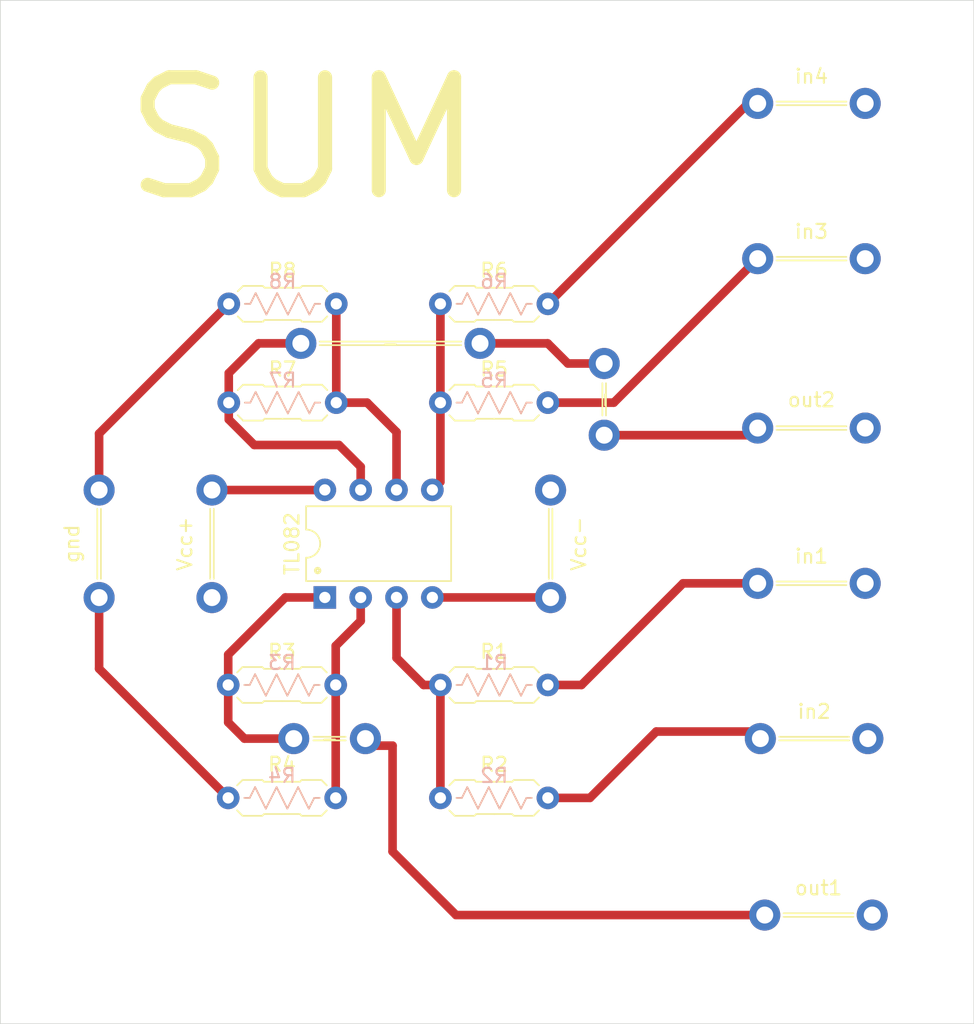
<source format=kicad_pcb>
(kicad_pcb (version 20241229) (generator "pcbnew") (generator_version "9.0")
  (title_block (title "Sum") (date "2025-03-07") (company "Landen Points"))
  (layers (0 "F.Cu" signal) (2 "B.Cu" signal) (13 "F.Paste" user) (15 "B.Paste" user) (5 "F.SilkS" user "F.Silkscreen") (7 "B.SilkS" user "B.Silkscreen") (1 "F.Mask" user) (3 "B.Mask" user) (25 "Edge.Cuts" user))
  (net 0 "")
  (footprint "PCM_Jumper_AKL:Jumper_P5.08mm_D1.2mm" (layer "F.Cu") (at 147 93.506 90)
    (property "Reference" "-" (at 2.506 0 90) (layer "F.SilkS"))
    (property "Value" "Jumper_P5.08mm_D1.2mm" (hide yes))
    (fp_line (start 1.397 -0.127) (end 3.683 -0.127) (stroke (width 0.12)) (layer "F.SilkS"))
    (fp_line (start 1.397 0.127) (end 3.683 0.127) (stroke (width 0.12)) (layer "F.SilkS"))
    (pad "1" thru_hole circle (at 0 0 90) (size 2.2 2.2) (drill 1.2) (layers "*.Cu" "*.Mask"))
    (pad "2" thru_hole circle (at 5.08 0 90) (size 2.2 2.2) (drill 1.2) (layers "*.Cu" "*.Mask"))
  )
  (footprint "PCM_Resistor_THT_US_AKL_Double:R_Axial_DIN0207_L6.3mm_D2.5mm_P7.62mm_Horizontal" (layer "F.Cu") (at 120.350494 119.2)
    (property "Reference" "R4" (at 3.81 -2.37 0) (layer "F.SilkS"))
    (property "Value" "R_Axial_DIN0207_L6.3mm_D2.5mm_P7.62mm_Horizontal" (hide yes))
    (fp_line (start 0.635 -0.889) (end 1.016 -1.27) (stroke (width 0.12)) (layer "F.SilkS"))
    (fp_line (start 0.635 0.889) (end 1.016 1.27) (stroke (width 0.12)) (layer "F.SilkS"))
    (fp_line (start 1.016 -1.27) (end 2.413 -1.27) (stroke (width 0.12)) (layer "F.SilkS"))
    (fp_line (start 1.016 1.27) (end 2.413 1.27) (stroke (width 0.12)) (layer "F.SilkS"))
    (fp_line (start 1.524 0) (end 1.143 0) (stroke (width 0.12)) (layer "F.SilkS"))
    (fp_line (start 1.524 0) (end 1.905 -0.762) (stroke (width 0.12)) (layer "F.SilkS"))
    (fp_line (start 1.905 -0.762) (end 2.667 0.762) (stroke (width 0.12)) (layer "F.SilkS"))
    (fp_line (start 2.413 -1.27) (end 2.54 -1.143) (stroke (width 0.12)) (layer "F.SilkS"))
    (fp_line (start 2.413 1.27) (end 2.54 1.143) (stroke (width 0.12)) (layer "F.SilkS"))
    (fp_line (start 2.54 -1.143) (end 3.81 -1.143) (stroke (width 0.12)) (layer "F.SilkS"))
    (fp_line (start 2.54 1.143) (end 3.81 1.143) (stroke (width 0.12)) (layer "F.SilkS"))
    (fp_line (start 2.667 0.762) (end 3.429 -0.762) (stroke (width 0.12)) (layer "F.SilkS"))
    (fp_line (start 3.429 -0.762) (end 4.191 0.762) (stroke (width 0.12)) (layer "F.SilkS"))
    (fp_line (start 4.191 0.762) (end 4.953 -0.762) (stroke (width 0.12)) (layer "F.SilkS"))
    (fp_line (start 4.953 -0.762) (end 5.715 0.762) (stroke (width 0.12)) (layer "F.SilkS"))
    (fp_line (start 5.08 -1.143) (end 3.81 -1.143) (stroke (width 0.12)) (layer "F.SilkS"))
    (fp_line (start 5.08 1.143) (end 3.81 1.143) (stroke (width 0.12)) (layer "F.SilkS"))
    (fp_line (start 5.207 -1.27) (end 5.08 -1.143) (stroke (width 0.12)) (layer "F.SilkS"))
    (fp_line (start 5.207 1.27) (end 5.08 1.143) (stroke (width 0.12)) (layer "F.SilkS"))
    (fp_line (start 5.715 0.762) (end 6.096 0) (stroke (width 0.12)) (layer "F.SilkS"))
    (fp_line (start 6.477 0) (end 6.096 0) (stroke (width 0.12)) (layer "F.SilkS"))
    (fp_line (start 6.604 -1.27) (end 5.207 -1.27) (stroke (width 0.12)) (layer "F.SilkS"))
    (fp_line (start 6.604 1.27) (end 5.207 1.27) (stroke (width 0.12)) (layer "F.SilkS"))
    (fp_line (start 6.985 -0.889) (end 6.604 -1.27) (stroke (width 0.12)) (layer "F.SilkS"))
    (fp_line (start 6.985 0.889) (end 6.604 1.27) (stroke (width 0.12)) (layer "F.SilkS"))
    (fp_line (start 1.143 0) (end 1.524 0) (stroke (width 0.12)) (layer "B.SilkS"))
    (fp_line (start 1.524 0) (end 1.905 -0.762) (stroke (width 0.12)) (layer "B.SilkS"))
    (fp_line (start 1.905 -0.762) (end 2.667 0.762) (stroke (width 0.12)) (layer "B.SilkS"))
    (fp_line (start 2.667 0.762) (end 3.429 -0.762) (stroke (width 0.12)) (layer "B.SilkS"))
    (fp_line (start 3.429 -0.762) (end 4.191 0.762) (stroke (width 0.12)) (layer "B.SilkS"))
    (fp_line (start 4.191 0.762) (end 4.953 -0.762) (stroke (width 0.12)) (layer "B.SilkS"))
    (fp_line (start 4.953 -0.762) (end 5.715 0.762) (stroke (width 0.12)) (layer "B.SilkS"))
    (fp_line (start 5.715 0.762) (end 6.096 0) (stroke (width 0.12)) (layer "B.SilkS"))
    (fp_line (start 6.096 0) (end 6.477 0) (stroke (width 0.12)) (layer "B.SilkS"))
    (fp_text user "${REFERENCE}" (at 3.81 -1.5875 0) (layer "B.SilkS") (effects (justify mirror)))
    (pad "1" thru_hole circle (at 0 0) (size 1.6 1.6) (drill 0.8) (layers "*.Cu" "*.Mask"))
    (pad "2" thru_hole oval (at 7.62 0) (size 1.6 1.6) (drill 0.8) (layers "*.Cu" "*.Mask"))
  )
  (footprint "PCM_Resistor_THT_US_AKL_Double:R_Axial_DIN0207_L6.3mm_D2.5mm_P7.62mm_Horizontal" (layer "F.Cu") (at 120.39 84.2)
    (property "Reference" "R8" (at 3.81 -2.37 0) (layer "F.SilkS"))
    (property "Value" "R_Axial_DIN0207_L6.3mm_D2.5mm_P7.62mm_Horizontal" (hide yes))
    (fp_line (start 0.635 -0.889) (end 1.016 -1.27) (stroke (width 0.12)) (layer "F.SilkS"))
    (fp_line (start 0.635 0.889) (end 1.016 1.27) (stroke (width 0.12)) (layer "F.SilkS"))
    (fp_line (start 1.016 -1.27) (end 2.413 -1.27) (stroke (width 0.12)) (layer "F.SilkS"))
    (fp_line (start 1.016 1.27) (end 2.413 1.27) (stroke (width 0.12)) (layer "F.SilkS"))
    (fp_line (start 1.524 0) (end 1.143 0) (stroke (width 0.12)) (layer "F.SilkS"))
    (fp_line (start 1.524 0) (end 1.905 -0.762) (stroke (width 0.12)) (layer "F.SilkS"))
    (fp_line (start 1.905 -0.762) (end 2.667 0.762) (stroke (width 0.12)) (layer "F.SilkS"))
    (fp_line (start 2.413 -1.27) (end 2.54 -1.143) (stroke (width 0.12)) (layer "F.SilkS"))
    (fp_line (start 2.413 1.27) (end 2.54 1.143) (stroke (width 0.12)) (layer "F.SilkS"))
    (fp_line (start 2.54 -1.143) (end 3.81 -1.143) (stroke (width 0.12)) (layer "F.SilkS"))
    (fp_line (start 2.54 1.143) (end 3.81 1.143) (stroke (width 0.12)) (layer "F.SilkS"))
    (fp_line (start 2.667 0.762) (end 3.429 -0.762) (stroke (width 0.12)) (layer "F.SilkS"))
    (fp_line (start 3.429 -0.762) (end 4.191 0.762) (stroke (width 0.12)) (layer "F.SilkS"))
    (fp_line (start 4.191 0.762) (end 4.953 -0.762) (stroke (width 0.12)) (layer "F.SilkS"))
    (fp_line (start 4.953 -0.762) (end 5.715 0.762) (stroke (width 0.12)) (layer "F.SilkS"))
    (fp_line (start 5.08 -1.143) (end 3.81 -1.143) (stroke (width 0.12)) (layer "F.SilkS"))
    (fp_line (start 5.08 1.143) (end 3.81 1.143) (stroke (width 0.12)) (layer "F.SilkS"))
    (fp_line (start 5.207 -1.27) (end 5.08 -1.143) (stroke (width 0.12)) (layer "F.SilkS"))
    (fp_line (start 5.207 1.27) (end 5.08 1.143) (stroke (width 0.12)) (layer "F.SilkS"))
    (fp_line (start 5.715 0.762) (end 6.096 0) (stroke (width 0.12)) (layer "F.SilkS"))
    (fp_line (start 6.477 0) (end 6.096 0) (stroke (width 0.12)) (layer "F.SilkS"))
    (fp_line (start 6.604 -1.27) (end 5.207 -1.27) (stroke (width 0.12)) (layer "F.SilkS"))
    (fp_line (start 6.604 1.27) (end 5.207 1.27) (stroke (width 0.12)) (layer "F.SilkS"))
    (fp_line (start 6.985 -0.889) (end 6.604 -1.27) (stroke (width 0.12)) (layer "F.SilkS"))
    (fp_line (start 6.985 0.889) (end 6.604 1.27) (stroke (width 0.12)) (layer "F.SilkS"))
    (fp_line (start 1.143 0) (end 1.524 0) (stroke (width 0.12)) (layer "B.SilkS"))
    (fp_line (start 1.524 0) (end 1.905 -0.762) (stroke (width 0.12)) (layer "B.SilkS"))
    (fp_line (start 1.905 -0.762) (end 2.667 0.762) (stroke (width 0.12)) (layer "B.SilkS"))
    (fp_line (start 2.667 0.762) (end 3.429 -0.762) (stroke (width 0.12)) (layer "B.SilkS"))
    (fp_line (start 3.429 -0.762) (end 4.191 0.762) (stroke (width 0.12)) (layer "B.SilkS"))
    (fp_line (start 4.191 0.762) (end 4.953 -0.762) (stroke (width 0.12)) (layer "B.SilkS"))
    (fp_line (start 4.953 -0.762) (end 5.715 0.762) (stroke (width 0.12)) (layer "B.SilkS"))
    (fp_line (start 5.715 0.762) (end 6.096 0) (stroke (width 0.12)) (layer "B.SilkS"))
    (fp_line (start 6.096 0) (end 6.477 0) (stroke (width 0.12)) (layer "B.SilkS"))
    (fp_text user "${REFERENCE}" (at 3.81 -1.5875 0) (layer "B.SilkS") (effects (justify mirror)))
    (pad "1" thru_hole circle (at 0 0) (size 1.6 1.6) (drill 0.8) (layers "*.Cu" "*.Mask"))
    (pad "2" thru_hole oval (at 7.62 0) (size 1.6 1.6) (drill 0.8) (layers "*.Cu" "*.Mask"))
  )
  (footprint "PCM_Jumper_AKL:Jumper_P7.62mm_D1.2mm" (layer "F.Cu") (at 111.2 105.01 90)
    (property "Reference" "gnd" (at 3.81 -1.92 90) (layer "F.SilkS"))
    (property "Value" "Jumper_P7.62mm_D1.2mm" (hide yes))
    (fp_line (start 1.3335 -0.127) (end 6.2865 -0.127) (stroke (width 0.12)) (layer "F.SilkS"))
    (fp_line (start 1.3335 0.127) (end 6.2865 0.127) (stroke (width 0.12)) (layer "F.SilkS"))
    (pad "1" thru_hole circle (at 0 0 90) (size 2.2 2.2) (drill 1.2) (layers "*.Cu" "*.Mask"))
    (pad "2" thru_hole circle (at 7.62 0 90) (size 2.2 2.2) (drill 1.2) (layers "*.Cu" "*.Mask"))
  )
  (footprint "PCM_Resistor_THT_US_AKL_Double:R_Axial_DIN0207_L6.3mm_D2.5mm_P7.62mm_Horizontal" (layer "F.Cu") (at 120.39 91.2)
    (property "Reference" "R7" (at 3.81 -2.37 0) (layer "F.SilkS"))
    (property "Value" "R_Axial_DIN0207_L6.3mm_D2.5mm_P7.62mm_Horizontal" (hide yes))
    (fp_line (start 0.635 -0.889) (end 1.016 -1.27) (stroke (width 0.12)) (layer "F.SilkS"))
    (fp_line (start 0.635 0.889) (end 1.016 1.27) (stroke (width 0.12)) (layer "F.SilkS"))
    (fp_line (start 1.016 -1.27) (end 2.413 -1.27) (stroke (width 0.12)) (layer "F.SilkS"))
    (fp_line (start 1.016 1.27) (end 2.413 1.27) (stroke (width 0.12)) (layer "F.SilkS"))
    (fp_line (start 1.524 0) (end 1.143 0) (stroke (width 0.12)) (layer "F.SilkS"))
    (fp_line (start 1.524 0) (end 1.905 -0.762) (stroke (width 0.12)) (layer "F.SilkS"))
    (fp_line (start 1.905 -0.762) (end 2.667 0.762) (stroke (width 0.12)) (layer "F.SilkS"))
    (fp_line (start 2.413 -1.27) (end 2.54 -1.143) (stroke (width 0.12)) (layer "F.SilkS"))
    (fp_line (start 2.413 1.27) (end 2.54 1.143) (stroke (width 0.12)) (layer "F.SilkS"))
    (fp_line (start 2.54 -1.143) (end 3.81 -1.143) (stroke (width 0.12)) (layer "F.SilkS"))
    (fp_line (start 2.54 1.143) (end 3.81 1.143) (stroke (width 0.12)) (layer "F.SilkS"))
    (fp_line (start 2.667 0.762) (end 3.429 -0.762) (stroke (width 0.12)) (layer "F.SilkS"))
    (fp_line (start 3.429 -0.762) (end 4.191 0.762) (stroke (width 0.12)) (layer "F.SilkS"))
    (fp_line (start 4.191 0.762) (end 4.953 -0.762) (stroke (width 0.12)) (layer "F.SilkS"))
    (fp_line (start 4.953 -0.762) (end 5.715 0.762) (stroke (width 0.12)) (layer "F.SilkS"))
    (fp_line (start 5.08 -1.143) (end 3.81 -1.143) (stroke (width 0.12)) (layer "F.SilkS"))
    (fp_line (start 5.08 1.143) (end 3.81 1.143) (stroke (width 0.12)) (layer "F.SilkS"))
    (fp_line (start 5.207 -1.27) (end 5.08 -1.143) (stroke (width 0.12)) (layer "F.SilkS"))
    (fp_line (start 5.207 1.27) (end 5.08 1.143) (stroke (width 0.12)) (layer "F.SilkS"))
    (fp_line (start 5.715 0.762) (end 6.096 0) (stroke (width 0.12)) (layer "F.SilkS"))
    (fp_line (start 6.477 0) (end 6.096 0) (stroke (width 0.12)) (layer "F.SilkS"))
    (fp_line (start 6.604 -1.27) (end 5.207 -1.27) (stroke (width 0.12)) (layer "F.SilkS"))
    (fp_line (start 6.604 1.27) (end 5.207 1.27) (stroke (width 0.12)) (layer "F.SilkS"))
    (fp_line (start 6.985 -0.889) (end 6.604 -1.27) (stroke (width 0.12)) (layer "F.SilkS"))
    (fp_line (start 6.985 0.889) (end 6.604 1.27) (stroke (width 0.12)) (layer "F.SilkS"))
    (fp_line (start 1.143 0) (end 1.524 0) (stroke (width 0.12)) (layer "B.SilkS"))
    (fp_line (start 1.524 0) (end 1.905 -0.762) (stroke (width 0.12)) (layer "B.SilkS"))
    (fp_line (start 1.905 -0.762) (end 2.667 0.762) (stroke (width 0.12)) (layer "B.SilkS"))
    (fp_line (start 2.667 0.762) (end 3.429 -0.762) (stroke (width 0.12)) (layer "B.SilkS"))
    (fp_line (start 3.429 -0.762) (end 4.191 0.762) (stroke (width 0.12)) (layer "B.SilkS"))
    (fp_line (start 4.191 0.762) (end 4.953 -0.762) (stroke (width 0.12)) (layer "B.SilkS"))
    (fp_line (start 4.953 -0.762) (end 5.715 0.762) (stroke (width 0.12)) (layer "B.SilkS"))
    (fp_line (start 5.715 0.762) (end 6.096 0) (stroke (width 0.12)) (layer "B.SilkS"))
    (fp_line (start 6.096 0) (end 6.477 0) (stroke (width 0.12)) (layer "B.SilkS"))
    (fp_text user "${REFERENCE}" (at 3.81 -1.5875 0) (layer "B.SilkS") (effects (justify mirror)))
    (pad "1" thru_hole circle (at 0 0) (size 1.6 1.6) (drill 0.8) (layers "*.Cu" "*.Mask"))
    (pad "2" thru_hole oval (at 7.62 0) (size 1.6 1.6) (drill 0.8) (layers "*.Cu" "*.Mask"))
  )
  (footprint "PCM_Resistor_THT_US_AKL_Double:R_Axial_DIN0207_L6.3mm_D2.5mm_P7.62mm_Horizontal" (layer "F.Cu") (at 135.39 84.2)
    (property "Reference" "R6" (at 3.81 -2.37 0) (layer "F.SilkS"))
    (property "Value" "R_Axial_DIN0207_L6.3mm_D2.5mm_P7.62mm_Horizontal" (hide yes))
    (fp_line (start 0.635 -0.889) (end 1.016 -1.27) (stroke (width 0.12)) (layer "F.SilkS"))
    (fp_line (start 0.635 0.889) (end 1.016 1.27) (stroke (width 0.12)) (layer "F.SilkS"))
    (fp_line (start 1.016 -1.27) (end 2.413 -1.27) (stroke (width 0.12)) (layer "F.SilkS"))
    (fp_line (start 1.016 1.27) (end 2.413 1.27) (stroke (width 0.12)) (layer "F.SilkS"))
    (fp_line (start 1.524 0) (end 1.143 0) (stroke (width 0.12)) (layer "F.SilkS"))
    (fp_line (start 1.524 0) (end 1.905 -0.762) (stroke (width 0.12)) (layer "F.SilkS"))
    (fp_line (start 1.905 -0.762) (end 2.667 0.762) (stroke (width 0.12)) (layer "F.SilkS"))
    (fp_line (start 2.413 -1.27) (end 2.54 -1.143) (stroke (width 0.12)) (layer "F.SilkS"))
    (fp_line (start 2.413 1.27) (end 2.54 1.143) (stroke (width 0.12)) (layer "F.SilkS"))
    (fp_line (start 2.54 -1.143) (end 3.81 -1.143) (stroke (width 0.12)) (layer "F.SilkS"))
    (fp_line (start 2.54 1.143) (end 3.81 1.143) (stroke (width 0.12)) (layer "F.SilkS"))
    (fp_line (start 2.667 0.762) (end 3.429 -0.762) (stroke (width 0.12)) (layer "F.SilkS"))
    (fp_line (start 3.429 -0.762) (end 4.191 0.762) (stroke (width 0.12)) (layer "F.SilkS"))
    (fp_line (start 4.191 0.762) (end 4.953 -0.762) (stroke (width 0.12)) (layer "F.SilkS"))
    (fp_line (start 4.953 -0.762) (end 5.715 0.762) (stroke (width 0.12)) (layer "F.SilkS"))
    (fp_line (start 5.08 -1.143) (end 3.81 -1.143) (stroke (width 0.12)) (layer "F.SilkS"))
    (fp_line (start 5.08 1.143) (end 3.81 1.143) (stroke (width 0.12)) (layer "F.SilkS"))
    (fp_line (start 5.207 -1.27) (end 5.08 -1.143) (stroke (width 0.12)) (layer "F.SilkS"))
    (fp_line (start 5.207 1.27) (end 5.08 1.143) (stroke (width 0.12)) (layer "F.SilkS"))
    (fp_line (start 5.715 0.762) (end 6.096 0) (stroke (width 0.12)) (layer "F.SilkS"))
    (fp_line (start 6.477 0) (end 6.096 0) (stroke (width 0.12)) (layer "F.SilkS"))
    (fp_line (start 6.604 -1.27) (end 5.207 -1.27) (stroke (width 0.12)) (layer "F.SilkS"))
    (fp_line (start 6.604 1.27) (end 5.207 1.27) (stroke (width 0.12)) (layer "F.SilkS"))
    (fp_line (start 6.985 -0.889) (end 6.604 -1.27) (stroke (width 0.12)) (layer "F.SilkS"))
    (fp_line (start 6.985 0.889) (end 6.604 1.27) (stroke (width 0.12)) (layer "F.SilkS"))
    (fp_line (start 1.143 0) (end 1.524 0) (stroke (width 0.12)) (layer "B.SilkS"))
    (fp_line (start 1.524 0) (end 1.905 -0.762) (stroke (width 0.12)) (layer "B.SilkS"))
    (fp_line (start 1.905 -0.762) (end 2.667 0.762) (stroke (width 0.12)) (layer "B.SilkS"))
    (fp_line (start 2.667 0.762) (end 3.429 -0.762) (stroke (width 0.12)) (layer "B.SilkS"))
    (fp_line (start 3.429 -0.762) (end 4.191 0.762) (stroke (width 0.12)) (layer "B.SilkS"))
    (fp_line (start 4.191 0.762) (end 4.953 -0.762) (stroke (width 0.12)) (layer "B.SilkS"))
    (fp_line (start 4.953 -0.762) (end 5.715 0.762) (stroke (width 0.12)) (layer "B.SilkS"))
    (fp_line (start 5.715 0.762) (end 6.096 0) (stroke (width 0.12)) (layer "B.SilkS"))
    (fp_line (start 6.096 0) (end 6.477 0) (stroke (width 0.12)) (layer "B.SilkS"))
    (fp_text user "${REFERENCE}" (at 3.81 -1.5875 0) (layer "B.SilkS") (effects (justify mirror)))
    (pad "1" thru_hole circle (at 0 0) (size 1.6 1.6) (drill 0.8) (layers "*.Cu" "*.Mask"))
    (pad "2" thru_hole oval (at 7.62 0) (size 1.6 1.6) (drill 0.8) (layers "*.Cu" "*.Mask"))
  )
  (footprint "PCM_Resistor_THT_US_AKL_Double:R_Axial_DIN0207_L6.3mm_D2.5mm_P7.62mm_Horizontal" (layer "F.Cu") (at 135.39 91.2)
    (property "Reference" "R5" (at 3.81 -2.37 0) (layer "F.SilkS"))
    (property "Value" "R_Axial_DIN0207_L6.3mm_D2.5mm_P7.62mm_Horizontal" (hide yes))
    (fp_line (start 0.635 -0.889) (end 1.016 -1.27) (stroke (width 0.12)) (layer "F.SilkS"))
    (fp_line (start 0.635 0.889) (end 1.016 1.27) (stroke (width 0.12)) (layer "F.SilkS"))
    (fp_line (start 1.016 -1.27) (end 2.413 -1.27) (stroke (width 0.12)) (layer "F.SilkS"))
    (fp_line (start 1.016 1.27) (end 2.413 1.27) (stroke (width 0.12)) (layer "F.SilkS"))
    (fp_line (start 1.524 0) (end 1.143 0) (stroke (width 0.12)) (layer "F.SilkS"))
    (fp_line (start 1.524 0) (end 1.905 -0.762) (stroke (width 0.12)) (layer "F.SilkS"))
    (fp_line (start 1.905 -0.762) (end 2.667 0.762) (stroke (width 0.12)) (layer "F.SilkS"))
    (fp_line (start 2.413 -1.27) (end 2.54 -1.143) (stroke (width 0.12)) (layer "F.SilkS"))
    (fp_line (start 2.413 1.27) (end 2.54 1.143) (stroke (width 0.12)) (layer "F.SilkS"))
    (fp_line (start 2.54 -1.143) (end 3.81 -1.143) (stroke (width 0.12)) (layer "F.SilkS"))
    (fp_line (start 2.54 1.143) (end 3.81 1.143) (stroke (width 0.12)) (layer "F.SilkS"))
    (fp_line (start 2.667 0.762) (end 3.429 -0.762) (stroke (width 0.12)) (layer "F.SilkS"))
    (fp_line (start 3.429 -0.762) (end 4.191 0.762) (stroke (width 0.12)) (layer "F.SilkS"))
    (fp_line (start 4.191 0.762) (end 4.953 -0.762) (stroke (width 0.12)) (layer "F.SilkS"))
    (fp_line (start 4.953 -0.762) (end 5.715 0.762) (stroke (width 0.12)) (layer "F.SilkS"))
    (fp_line (start 5.08 -1.143) (end 3.81 -1.143) (stroke (width 0.12)) (layer "F.SilkS"))
    (fp_line (start 5.08 1.143) (end 3.81 1.143) (stroke (width 0.12)) (layer "F.SilkS"))
    (fp_line (start 5.207 -1.27) (end 5.08 -1.143) (stroke (width 0.12)) (layer "F.SilkS"))
    (fp_line (start 5.207 1.27) (end 5.08 1.143) (stroke (width 0.12)) (layer "F.SilkS"))
    (fp_line (start 5.715 0.762) (end 6.096 0) (stroke (width 0.12)) (layer "F.SilkS"))
    (fp_line (start 6.477 0) (end 6.096 0) (stroke (width 0.12)) (layer "F.SilkS"))
    (fp_line (start 6.604 -1.27) (end 5.207 -1.27) (stroke (width 0.12)) (layer "F.SilkS"))
    (fp_line (start 6.604 1.27) (end 5.207 1.27) (stroke (width 0.12)) (layer "F.SilkS"))
    (fp_line (start 6.985 -0.889) (end 6.604 -1.27) (stroke (width 0.12)) (layer "F.SilkS"))
    (fp_line (start 6.985 0.889) (end 6.604 1.27) (stroke (width 0.12)) (layer "F.SilkS"))
    (fp_line (start 1.143 0) (end 1.524 0) (stroke (width 0.12)) (layer "B.SilkS"))
    (fp_line (start 1.524 0) (end 1.905 -0.762) (stroke (width 0.12)) (layer "B.SilkS"))
    (fp_line (start 1.905 -0.762) (end 2.667 0.762) (stroke (width 0.12)) (layer "B.SilkS"))
    (fp_line (start 2.667 0.762) (end 3.429 -0.762) (stroke (width 0.12)) (layer "B.SilkS"))
    (fp_line (start 3.429 -0.762) (end 4.191 0.762) (stroke (width 0.12)) (layer "B.SilkS"))
    (fp_line (start 4.191 0.762) (end 4.953 -0.762) (stroke (width 0.12)) (layer "B.SilkS"))
    (fp_line (start 4.953 -0.762) (end 5.715 0.762) (stroke (width 0.12)) (layer "B.SilkS"))
    (fp_line (start 5.715 0.762) (end 6.096 0) (stroke (width 0.12)) (layer "B.SilkS"))
    (fp_line (start 6.096 0) (end 6.477 0) (stroke (width 0.12)) (layer "B.SilkS"))
    (fp_text user "${REFERENCE}" (at 3.81 -1.5875 0) (layer "B.SilkS") (effects (justify mirror)))
    (pad "1" thru_hole circle (at 0 0) (size 1.6 1.6) (drill 0.8) (layers "*.Cu" "*.Mask"))
    (pad "2" thru_hole oval (at 7.62 0) (size 1.6 1.6) (drill 0.8) (layers "*.Cu" "*.Mask"))
  )
  (footprint "PCM_Jumper_AKL:Jumper_P12.70mm_D1.2mm" (layer "F.Cu") (at 125.5 87)
    (property "Reference" "-" (at 6.35 0 0) (layer "F.SilkS"))
    (property "Value" "Jumper_P12.70mm_D1.2mm" (hide yes))
    (fp_line (start 1.3335 -0.127) (end 11.3665 -0.127) (stroke (width 0.12)) (layer "F.SilkS"))
    (fp_line (start 1.3335 0.127) (end 11.3665 0.127) (stroke (width 0.12)) (layer "F.SilkS"))
    (pad "1" thru_hole circle (at 0 0) (size 2.2 2.2) (drill 1.2) (layers "*.Cu" "*.Mask"))
    (pad "2" thru_hole oval (at 12.7 0) (size 2.2 2.2) (drill 1.2) (layers "*.Cu" "*.Mask"))
  )
  (footprint "PCM_Jumper_AKL:Jumper_P7.62mm_D1.2mm" (layer "F.Cu") (at 157.88 81)
    (property "Reference" "in3" (at 3.81 -1.92 0) (layer "F.SilkS"))
    (property "Value" "Jumper_P7.62mm_D1.2mm" (hide yes))
    (fp_line (start 1.3335 -0.127) (end 6.2865 -0.127) (stroke (width 0.12)) (layer "F.SilkS"))
    (fp_line (start 1.3335 0.127) (end 6.2865 0.127) (stroke (width 0.12)) (layer "F.SilkS"))
    (pad "1" thru_hole circle (at 0 0) (size 2.2 2.2) (drill 1.2) (layers "*.Cu" "*.Mask"))
    (pad "2" thru_hole circle (at 7.62 0) (size 2.2 2.2) (drill 1.2) (layers "*.Cu" "*.Mask"))
  )
  (footprint "PCM_Jumper_AKL:Jumper_P7.62mm_D1.2mm" (layer "F.Cu") (at 158.38 127.5)
    (property "Reference" "out1" (at 3.81 -1.92 0) (layer "F.SilkS"))
    (property "Value" "Jumper_P7.62mm_D1.2mm" (hide yes))
    (fp_line (start 1.3335 -0.127) (end 6.2865 -0.127) (stroke (width 0.12)) (layer "F.SilkS"))
    (fp_line (start 1.3335 0.127) (end 6.2865 0.127) (stroke (width 0.12)) (layer "F.SilkS"))
    (pad "1" thru_hole circle (at 0 0) (size 2.2 2.2) (drill 1.2) (layers "*.Cu" "*.Mask"))
    (pad "2" thru_hole circle (at 7.62 0) (size 2.2 2.2) (drill 1.2) (layers "*.Cu" "*.Mask"))
  )
  (footprint "PCM_Jumper_AKL:Jumper_P7.62mm_D1.2mm" (layer "F.Cu") (at 157.88 104)
    (property "Reference" "in1" (at 3.81 -1.92 0) (layer "F.SilkS"))
    (property "Value" "Jumper_P7.62mm_D1.2mm" (hide yes))
    (fp_line (start 1.3335 -0.127) (end 6.2865 -0.127) (stroke (width 0.12)) (layer "F.SilkS"))
    (fp_line (start 1.3335 0.127) (end 6.2865 0.127) (stroke (width 0.12)) (layer "F.SilkS"))
    (pad "1" thru_hole circle (at 0 0) (size 2.2 2.2) (drill 1.2) (layers "*.Cu" "*.Mask"))
    (pad "2" thru_hole circle (at 7.62 0) (size 2.2 2.2) (drill 1.2) (layers "*.Cu" "*.Mask"))
  )
  (footprint "PCM_Jumper_AKL:Jumper_P7.62mm_D1.2mm" (layer "F.Cu") (at 157.88 70)
    (property "Reference" "in4" (at 3.81 -1.92 0) (layer "F.SilkS"))
    (property "Value" "Jumper_P7.62mm_D1.2mm" (hide yes))
    (fp_line (start 1.3335 -0.127) (end 6.2865 -0.127) (stroke (width 0.12)) (layer "F.SilkS"))
    (fp_line (start 1.3335 0.127) (end 6.2865 0.127) (stroke (width 0.12)) (layer "F.SilkS"))
    (pad "1" thru_hole circle (at 0 0) (size 2.2 2.2) (drill 1.2) (layers "*.Cu" "*.Mask"))
    (pad "2" thru_hole circle (at 7.62 0) (size 2.2 2.2) (drill 1.2) (layers "*.Cu" "*.Mask"))
  )
  (footprint "PCM_Jumper_AKL:Jumper_P7.62mm_D1.2mm" (layer "F.Cu") (at 158.07 115)
    (property "Reference" "in2" (at 3.81 -1.92 0) (layer "F.SilkS"))
    (property "Value" "Jumper_P7.62mm_D1.2mm" (hide yes))
    (fp_line (start 1.3335 -0.127) (end 6.2865 -0.127) (stroke (width 0.12)) (layer "F.SilkS"))
    (fp_line (start 1.3335 0.127) (end 6.2865 0.127) (stroke (width 0.12)) (layer "F.SilkS"))
    (pad "1" thru_hole circle (at 0 0) (size 2.2 2.2) (drill 1.2) (layers "*.Cu" "*.Mask"))
    (pad "2" thru_hole circle (at 7.62 0) (size 2.2 2.2) (drill 1.2) (layers "*.Cu" "*.Mask"))
  )
  (footprint "PCM_Resistor_THT_US_AKL_Double:R_Axial_DIN0207_L6.3mm_D2.5mm_P7.62mm_Horizontal" (layer "F.Cu") (at 135.39 119.2)
    (property "Reference" "R2" (at 3.81 -2.37 0) (layer "F.SilkS"))
    (property "Value" "R_Axial_DIN0207_L6.3mm_D2.5mm_P7.62mm_Horizontal" (hide yes))
    (fp_line (start 0.635 -0.889) (end 1.016 -1.27) (stroke (width 0.12)) (layer "F.SilkS"))
    (fp_line (start 0.635 0.889) (end 1.016 1.27) (stroke (width 0.12)) (layer "F.SilkS"))
    (fp_line (start 1.016 -1.27) (end 2.413 -1.27) (stroke (width 0.12)) (layer "F.SilkS"))
    (fp_line (start 1.016 1.27) (end 2.413 1.27) (stroke (width 0.12)) (layer "F.SilkS"))
    (fp_line (start 1.524 0) (end 1.143 0) (stroke (width 0.12)) (layer "F.SilkS"))
    (fp_line (start 1.524 0) (end 1.905 -0.762) (stroke (width 0.12)) (layer "F.SilkS"))
    (fp_line (start 1.905 -0.762) (end 2.667 0.762) (stroke (width 0.12)) (layer "F.SilkS"))
    (fp_line (start 2.413 -1.27) (end 2.54 -1.143) (stroke (width 0.12)) (layer "F.SilkS"))
    (fp_line (start 2.413 1.27) (end 2.54 1.143) (stroke (width 0.12)) (layer "F.SilkS"))
    (fp_line (start 2.54 -1.143) (end 3.81 -1.143) (stroke (width 0.12)) (layer "F.SilkS"))
    (fp_line (start 2.54 1.143) (end 3.81 1.143) (stroke (width 0.12)) (layer "F.SilkS"))
    (fp_line (start 2.667 0.762) (end 3.429 -0.762) (stroke (width 0.12)) (layer "F.SilkS"))
    (fp_line (start 3.429 -0.762) (end 4.191 0.762) (stroke (width 0.12)) (layer "F.SilkS"))
    (fp_line (start 4.191 0.762) (end 4.953 -0.762) (stroke (width 0.12)) (layer "F.SilkS"))
    (fp_line (start 4.953 -0.762) (end 5.715 0.762) (stroke (width 0.12)) (layer "F.SilkS"))
    (fp_line (start 5.08 -1.143) (end 3.81 -1.143) (stroke (width 0.12)) (layer "F.SilkS"))
    (fp_line (start 5.08 1.143) (end 3.81 1.143) (stroke (width 0.12)) (layer "F.SilkS"))
    (fp_line (start 5.207 -1.27) (end 5.08 -1.143) (stroke (width 0.12)) (layer "F.SilkS"))
    (fp_line (start 5.207 1.27) (end 5.08 1.143) (stroke (width 0.12)) (layer "F.SilkS"))
    (fp_line (start 5.715 0.762) (end 6.096 0) (stroke (width 0.12)) (layer "F.SilkS"))
    (fp_line (start 6.477 0) (end 6.096 0) (stroke (width 0.12)) (layer "F.SilkS"))
    (fp_line (start 6.604 -1.27) (end 5.207 -1.27) (stroke (width 0.12)) (layer "F.SilkS"))
    (fp_line (start 6.604 1.27) (end 5.207 1.27) (stroke (width 0.12)) (layer "F.SilkS"))
    (fp_line (start 6.985 -0.889) (end 6.604 -1.27) (stroke (width 0.12)) (layer "F.SilkS"))
    (fp_line (start 6.985 0.889) (end 6.604 1.27) (stroke (width 0.12)) (layer "F.SilkS"))
    (fp_line (start 1.143 0) (end 1.524 0) (stroke (width 0.12)) (layer "B.SilkS"))
    (fp_line (start 1.524 0) (end 1.905 -0.762) (stroke (width 0.12)) (layer "B.SilkS"))
    (fp_line (start 1.905 -0.762) (end 2.667 0.762) (stroke (width 0.12)) (layer "B.SilkS"))
    (fp_line (start 2.667 0.762) (end 3.429 -0.762) (stroke (width 0.12)) (layer "B.SilkS"))
    (fp_line (start 3.429 -0.762) (end 4.191 0.762) (stroke (width 0.12)) (layer "B.SilkS"))
    (fp_line (start 4.191 0.762) (end 4.953 -0.762) (stroke (width 0.12)) (layer "B.SilkS"))
    (fp_line (start 4.953 -0.762) (end 5.715 0.762) (stroke (width 0.12)) (layer "B.SilkS"))
    (fp_line (start 5.715 0.762) (end 6.096 0) (stroke (width 0.12)) (layer "B.SilkS"))
    (fp_line (start 6.096 0) (end 6.477 0) (stroke (width 0.12)) (layer "B.SilkS"))
    (fp_text user "${REFERENCE}" (at 3.81 -1.5875 0) (layer "B.SilkS") (effects (justify mirror)))
    (pad "1" thru_hole circle (at 0 0) (size 1.6 1.6) (drill 0.8) (layers "*.Cu" "*.Mask"))
    (pad "2" thru_hole oval (at 7.62 0) (size 1.6 1.6) (drill 0.8) (layers "*.Cu" "*.Mask"))
  )
  (footprint "PCM_Jumper_AKL:Jumper_P5.08mm_D1.2mm" (layer "F.Cu") (at 124.994 115)
    (property "Reference" "-" (at 2.54 0 0) (layer "F.SilkS"))
    (property "Value" "Jumper_P5.08mm_D1.2mm" (hide yes))
    (fp_line (start 1.397 -0.127) (end 3.683 -0.127) (stroke (width 0.12)) (layer "F.SilkS"))
    (fp_line (start 1.397 0.127) (end 3.683 0.127) (stroke (width 0.12)) (layer "F.SilkS"))
    (pad "1" thru_hole circle (at 0 0) (size 2.2 2.2) (drill 1.2) (layers "*.Cu" "*.Mask"))
    (pad "2" thru_hole circle (at 5.08 0) (size 2.2 2.2) (drill 1.2) (layers "*.Cu" "*.Mask"))
  )
  (footprint "PCM_Jumper_AKL:Jumper_P7.62mm_D1.2mm" (layer "F.Cu") (at 119.2 105.01 90)
    (property "Reference" "Vcc+" (at 3.81 -1.92 90) (layer "F.SilkS"))
    (property "Value" "Jumper_P7.62mm_D1.2mm" (hide yes))
    (fp_line (start 1.3335 -0.127) (end 6.2865 -0.127) (stroke (width 0.12)) (layer "F.SilkS"))
    (fp_line (start 1.3335 0.127) (end 6.2865 0.127) (stroke (width 0.12)) (layer "F.SilkS"))
    (pad "1" thru_hole circle (at 0 0 90) (size 2.2 2.2) (drill 1.2) (layers "*.Cu" "*.Mask"))
    (pad "2" thru_hole circle (at 7.62 0 90) (size 2.2 2.2) (drill 1.2) (layers "*.Cu" "*.Mask"))
  )
  (footprint "PCM_Resistor_THT_US_AKL_Double:R_Axial_DIN0207_L6.3mm_D2.5mm_P7.62mm_Horizontal" (layer "F.Cu") (at 120.350494 111.2)
    (property "Reference" "R3" (at 3.81 -2.37 0) (layer "F.SilkS"))
    (property "Value" "R_Axial_DIN0207_L6.3mm_D2.5mm_P7.62mm_Horizontal" (hide yes))
    (fp_line (start 0.635 -0.889) (end 1.016 -1.27) (stroke (width 0.12)) (layer "F.SilkS"))
    (fp_line (start 0.635 0.889) (end 1.016 1.27) (stroke (width 0.12)) (layer "F.SilkS"))
    (fp_line (start 1.016 -1.27) (end 2.413 -1.27) (stroke (width 0.12)) (layer "F.SilkS"))
    (fp_line (start 1.016 1.27) (end 2.413 1.27) (stroke (width 0.12)) (layer "F.SilkS"))
    (fp_line (start 1.524 0) (end 1.143 0) (stroke (width 0.12)) (layer "F.SilkS"))
    (fp_line (start 1.524 0) (end 1.905 -0.762) (stroke (width 0.12)) (layer "F.SilkS"))
    (fp_line (start 1.905 -0.762) (end 2.667 0.762) (stroke (width 0.12)) (layer "F.SilkS"))
    (fp_line (start 2.413 -1.27) (end 2.54 -1.143) (stroke (width 0.12)) (layer "F.SilkS"))
    (fp_line (start 2.413 1.27) (end 2.54 1.143) (stroke (width 0.12)) (layer "F.SilkS"))
    (fp_line (start 2.54 -1.143) (end 3.81 -1.143) (stroke (width 0.12)) (layer "F.SilkS"))
    (fp_line (start 2.54 1.143) (end 3.81 1.143) (stroke (width 0.12)) (layer "F.SilkS"))
    (fp_line (start 2.667 0.762) (end 3.429 -0.762) (stroke (width 0.12)) (layer "F.SilkS"))
    (fp_line (start 3.429 -0.762) (end 4.191 0.762) (stroke (width 0.12)) (layer "F.SilkS"))
    (fp_line (start 4.191 0.762) (end 4.953 -0.762) (stroke (width 0.12)) (layer "F.SilkS"))
    (fp_line (start 4.953 -0.762) (end 5.715 0.762) (stroke (width 0.12)) (layer "F.SilkS"))
    (fp_line (start 5.08 -1.143) (end 3.81 -1.143) (stroke (width 0.12)) (layer "F.SilkS"))
    (fp_line (start 5.08 1.143) (end 3.81 1.143) (stroke (width 0.12)) (layer "F.SilkS"))
    (fp_line (start 5.207 -1.27) (end 5.08 -1.143) (stroke (width 0.12)) (layer "F.SilkS"))
    (fp_line (start 5.207 1.27) (end 5.08 1.143) (stroke (width 0.12)) (layer "F.SilkS"))
    (fp_line (start 5.715 0.762) (end 6.096 0) (stroke (width 0.12)) (layer "F.SilkS"))
    (fp_line (start 6.477 0) (end 6.096 0) (stroke (width 0.12)) (layer "F.SilkS"))
    (fp_line (start 6.604 -1.27) (end 5.207 -1.27) (stroke (width 0.12)) (layer "F.SilkS"))
    (fp_line (start 6.604 1.27) (end 5.207 1.27) (stroke (width 0.12)) (layer "F.SilkS"))
    (fp_line (start 6.985 -0.889) (end 6.604 -1.27) (stroke (width 0.12)) (layer "F.SilkS"))
    (fp_line (start 6.985 0.889) (end 6.604 1.27) (stroke (width 0.12)) (layer "F.SilkS"))
    (fp_line (start 1.143 0) (end 1.524 0) (stroke (width 0.12)) (layer "B.SilkS"))
    (fp_line (start 1.524 0) (end 1.905 -0.762) (stroke (width 0.12)) (layer "B.SilkS"))
    (fp_line (start 1.905 -0.762) (end 2.667 0.762) (stroke (width 0.12)) (layer "B.SilkS"))
    (fp_line (start 2.667 0.762) (end 3.429 -0.762) (stroke (width 0.12)) (layer "B.SilkS"))
    (fp_line (start 3.429 -0.762) (end 4.191 0.762) (stroke (width 0.12)) (layer "B.SilkS"))
    (fp_line (start 4.191 0.762) (end 4.953 -0.762) (stroke (width 0.12)) (layer "B.SilkS"))
    (fp_line (start 4.953 -0.762) (end 5.715 0.762) (stroke (width 0.12)) (layer "B.SilkS"))
    (fp_line (start 5.715 0.762) (end 6.096 0) (stroke (width 0.12)) (layer "B.SilkS"))
    (fp_line (start 6.096 0) (end 6.477 0) (stroke (width 0.12)) (layer "B.SilkS"))
    (fp_text user "${REFERENCE}" (at 3.81 -1.5875 0) (layer "B.SilkS") (effects (justify mirror)))
    (pad "1" thru_hole circle (at 0 0) (size 1.6 1.6) (drill 0.8) (layers "*.Cu" "*.Mask"))
    (pad "2" thru_hole oval (at 7.62 0) (size 1.6 1.6) (drill 0.8) (layers "*.Cu" "*.Mask"))
  )
  (footprint "PCM_Jumper_AKL:Jumper_P7.62mm_D1.2mm" (layer "F.Cu") (at 143.2 105.01 90)
    (property "Reference" "Vcc-" (at 3.81 2 90) (layer "F.SilkS"))
    (property "Value" "Jumper_P7.62mm_D1.2mm" (hide yes))
    (fp_line (start 1.3335 -0.127) (end 6.2865 -0.127) (stroke (width 0.12)) (layer "F.SilkS"))
    (fp_line (start 1.3335 0.127) (end 6.2865 0.127) (stroke (width 0.12)) (layer "F.SilkS"))
    (pad "1" thru_hole circle (at 0 0 90) (size 2.2 2.2) (drill 1.2) (layers "*.Cu" "*.Mask"))
    (pad "2" thru_hole circle (at 7.62 0 90) (size 2.2 2.2) (drill 1.2) (layers "*.Cu" "*.Mask"))
  )
  (footprint "PCM_Package_DIP_AKL:DIP-8_W7.62mm" (layer "F.Cu") (at 127.2 105 90)
    (property "Reference" "TL082" (at 3.81 -2.33 90) (layer "F.SilkS"))
    (property "Value" "DIP-8_W7.62mm" (hide yes))
    (fp_line (start 6.46 -1.33) (end 4.81 -1.33) (stroke (width 0.12)) (layer "F.SilkS"))
    (fp_line (start 2.81 -1.33) (end 1.16 -1.33) (stroke (width 0.12)) (layer "F.SilkS"))
    (fp_line (start 1.16 -1.33) (end 1.16 8.95) (stroke (width 0.12)) (layer "F.SilkS"))
    (fp_line (start 6.46 8.95) (end 6.46 -1.33) (stroke (width 0.12)) (layer "F.SilkS"))
    (fp_line (start 1.16 8.95) (end 6.46 8.95) (stroke (width 0.12)) (layer "F.SilkS"))
    (fp_arc (start 4.81 -1.33) (mid 3.81 -0.33) (end 2.81 -1.33) (stroke (width 0.12)) (layer "F.SilkS"))
    (fp_circle (center 1.905 -0.508) (end 2.105 -0.508) (stroke (width 0.12)) (fill no) (layer "F.SilkS"))
    (fp_circle (center 1.905 -0.508) (end 2.03 -0.508) (stroke (width 0.12)) (fill no) (layer "F.SilkS"))
    (fp_circle (center 1.905 -0.508) (end 1.955 -0.508) (stroke (width 0.12)) (fill no) (layer "F.SilkS"))
    (pad "1" thru_hole rect (at 0 0 90) (size 1.6 1.6) (drill 0.8) (layers "*.Cu" "*.Mask"))
    (pad "2" thru_hole oval (at 0 2.54 90) (size 1.6 1.6) (drill 0.8) (layers "*.Cu" "*.Mask"))
    (pad "3" thru_hole oval (at 0 5.08 90) (size 1.6 1.6) (drill 0.8) (layers "*.Cu" "*.Mask"))
    (pad "4" thru_hole oval (at 0 7.62 90) (size 1.6 1.6) (drill 0.8) (layers "*.Cu" "*.Mask"))
    (pad "5" thru_hole oval (at 7.62 7.62 90) (size 1.6 1.6) (drill 0.8) (layers "*.Cu" "*.Mask"))
    (pad "6" thru_hole oval (at 7.62 5.08 90) (size 1.6 1.6) (drill 0.8) (layers "*.Cu" "*.Mask"))
    (pad "7" thru_hole oval (at 7.62 2.54 90) (size 1.6 1.6) (drill 0.8) (layers "*.Cu" "*.Mask"))
    (pad "8" thru_hole oval (at 7.62 0 90) (size 1.6 1.6) (drill 0.8) (layers "*.Cu" "*.Mask"))
  )
  (footprint "PCM_Jumper_AKL:Jumper_P7.62mm_D1.2mm" (layer "F.Cu") (at 165.5 93 180)
    (property "Reference" "out2" (at 3.81 2 0) (layer "F.SilkS"))
    (property "Value" "Jumper_P7.62mm_D1.2mm" (hide yes))
    (fp_line (start 1.3335 0.127) (end 6.2865 0.127) (stroke (width 0.12)) (layer "F.SilkS"))
    (fp_line (start 1.3335 -0.127) (end 6.2865 -0.127) (stroke (width 0.12)) (layer "F.SilkS"))
    (pad "1" thru_hole circle (at 0 0 180) (size 2.2 2.2) (drill 1.2) (layers "*.Cu" "*.Mask"))
    (pad "2" thru_hole circle (at 7.62 0 180) (size 2.2 2.2) (drill 1.2) (layers "*.Cu" "*.Mask"))
  )
  (footprint "PCM_Resistor_THT_US_AKL_Double:R_Axial_DIN0207_L6.3mm_D2.5mm_P7.62mm_Horizontal" (layer "F.Cu") (at 135.39 111.2)
    (property "Reference" "R1" (at 3.81 -2.37 0) (layer "F.SilkS"))
    (property "Value" "R_Axial_DIN0207_L6.3mm_D2.5mm_P7.62mm_Horizontal" (hide yes))
    (fp_line (start 0.635 -0.889) (end 1.016 -1.27) (stroke (width 0.12)) (layer "F.SilkS"))
    (fp_line (start 0.635 0.889) (end 1.016 1.27) (stroke (width 0.12)) (layer "F.SilkS"))
    (fp_line (start 1.016 -1.27) (end 2.413 -1.27) (stroke (width 0.12)) (layer "F.SilkS"))
    (fp_line (start 1.016 1.27) (end 2.413 1.27) (stroke (width 0.12)) (layer "F.SilkS"))
    (fp_line (start 1.524 0) (end 1.143 0) (stroke (width 0.12)) (layer "F.SilkS"))
    (fp_line (start 1.524 0) (end 1.905 -0.762) (stroke (width 0.12)) (layer "F.SilkS"))
    (fp_line (start 1.905 -0.762) (end 2.667 0.762) (stroke (width 0.12)) (layer "F.SilkS"))
    (fp_line (start 2.413 -1.27) (end 2.54 -1.143) (stroke (width 0.12)) (layer "F.SilkS"))
    (fp_line (start 2.413 1.27) (end 2.54 1.143) (stroke (width 0.12)) (layer "F.SilkS"))
    (fp_line (start 2.54 -1.143) (end 3.81 -1.143) (stroke (width 0.12)) (layer "F.SilkS"))
    (fp_line (start 2.54 1.143) (end 3.81 1.143) (stroke (width 0.12)) (layer "F.SilkS"))
    (fp_line (start 2.667 0.762) (end 3.429 -0.762) (stroke (width 0.12)) (layer "F.SilkS"))
    (fp_line (start 3.429 -0.762) (end 4.191 0.762) (stroke (width 0.12)) (layer "F.SilkS"))
    (fp_line (start 4.191 0.762) (end 4.953 -0.762) (stroke (width 0.12)) (layer "F.SilkS"))
    (fp_line (start 4.953 -0.762) (end 5.715 0.762) (stroke (width 0.12)) (layer "F.SilkS"))
    (fp_line (start 5.08 -1.143) (end 3.81 -1.143) (stroke (width 0.12)) (layer "F.SilkS"))
    (fp_line (start 5.08 1.143) (end 3.81 1.143) (stroke (width 0.12)) (layer "F.SilkS"))
    (fp_line (start 5.207 -1.27) (end 5.08 -1.143) (stroke (width 0.12)) (layer "F.SilkS"))
    (fp_line (start 5.207 1.27) (end 5.08 1.143) (stroke (width 0.12)) (layer "F.SilkS"))
    (fp_line (start 5.715 0.762) (end 6.096 0) (stroke (width 0.12)) (layer "F.SilkS"))
    (fp_line (start 6.477 0) (end 6.096 0) (stroke (width 0.12)) (layer "F.SilkS"))
    (fp_line (start 6.604 -1.27) (end 5.207 -1.27) (stroke (width 0.12)) (layer "F.SilkS"))
    (fp_line (start 6.604 1.27) (end 5.207 1.27) (stroke (width 0.12)) (layer "F.SilkS"))
    (fp_line (start 6.985 -0.889) (end 6.604 -1.27) (stroke (width 0.12)) (layer "F.SilkS"))
    (fp_line (start 6.985 0.889) (end 6.604 1.27) (stroke (width 0.12)) (layer "F.SilkS"))
    (fp_line (start 1.143 0) (end 1.524 0) (stroke (width 0.12)) (layer "B.SilkS"))
    (fp_line (start 1.524 0) (end 1.905 -0.762) (stroke (width 0.12)) (layer "B.SilkS"))
    (fp_line (start 1.905 -0.762) (end 2.667 0.762) (stroke (width 0.12)) (layer "B.SilkS"))
    (fp_line (start 2.667 0.762) (end 3.429 -0.762) (stroke (width 0.12)) (layer "B.SilkS"))
    (fp_line (start 3.429 -0.762) (end 4.191 0.762) (stroke (width 0.12)) (layer "B.SilkS"))
    (fp_line (start 4.191 0.762) (end 4.953 -0.762) (stroke (width 0.12)) (layer "B.SilkS"))
    (fp_line (start 4.953 -0.762) (end 5.715 0.762) (stroke (width 0.12)) (layer "B.SilkS"))
    (fp_line (start 5.715 0.762) (end 6.096 0) (stroke (width 0.12)) (layer "B.SilkS"))
    (fp_line (start 6.096 0) (end 6.477 0) (stroke (width 0.12)) (layer "B.SilkS"))
    (fp_text user "${REFERENCE}" (at 3.81 -1.5875 0) (layer "B.SilkS") (effects (justify mirror)))
    (pad "1" thru_hole circle (at 0 0) (size 1.6 1.6) (drill 0.8) (layers "*.Cu" "*.Mask"))
    (pad "2" thru_hole oval (at 7.62 0) (size 1.6 1.6) (drill 0.8) (layers "*.Cu" "*.Mask"))
  )
  (gr_rect (start 104.2 62.7) (end 173.2 135.2) (stroke (width 0.05)) (fill no) (layer "Edge.Cuts"))
  (gr_text "SUM" (at 125.69 72.5 0) (layer "F.SilkS") (effects (font (size 8 8) (thickness 1))))
  (segment (start 147.68 91.2) (end 157.88 81) (width 0.6096) (layer "F.Cu") (net 0))
  (segment (start 120.350494 113.850494) (end 121.5 115) (width 0.6096) (layer "F.Cu") (net 0))
  (segment (start 129.74 95.74) (end 128.2 94.2) (width 0.6096) (layer "F.Cu") (net 0))
  (segment (start 132 123) (end 136.5 127.5) (width 0.6096) (layer "F.Cu") (net 0))
  (segment (start 130.574 115.5) (end 130.074 115) (width 0.6096) (layer "F.Cu") (net 0))
  (segment (start 143.01 84.2) (end 157.21 70) (width 0.6096) (layer "F.Cu") (net 0))
  (segment (start 127.970494 111.2) (end 127.970494 108.429506) (width 0.6096) (layer "F.Cu") (net 0))
  (segment (start 135.39 119.2) (end 135.39 111.2) (width 0.6096) (layer "F.Cu") (net 0))
  (segment (start 120.350494 109.049506) (end 120.350494 111.2) (width 0.6096) (layer "F.Cu") (net 0))
  (segment (start 120.39 92.39) (end 120.39 91.2) (width 0.6096) (layer "F.Cu") (net 0))
  (segment (start 125.5 87) (end 122.5 87) (width 0.6096) (layer "F.Cu") (net 0))
  (segment (start 120.350494 111.2) (end 120.350494 113.850494) (width 0.6096) (layer "F.Cu") (net 0))
  (segment (start 111.2 93.39) (end 120.39 84.2) (width 0.6096) (layer "F.Cu") (net 0))
  (segment (start 134.2 111.2) (end 132.28 109.28) (width 0.6096) (layer "F.Cu") (net 0))
  (segment (start 130.2 91.2) (end 132.28 93.28) (width 0.6096) (layer "F.Cu") (net 0))
  (segment (start 134.82 105) (end 143.19 105) (width 0.6096) (layer "F.Cu") (net 0))
  (segment (start 111.2 97.39) (end 111.2 93.39) (width 0.6096) (layer "F.Cu") (net 0))
  (segment (start 145.39 111.2) (end 152.59 104) (width 0.6096) (layer "F.Cu") (net 0))
  (segment (start 147 88.426) (end 144.426 88.426) (width 0.6096) (layer "F.Cu") (net 0))
  (segment (start 120.39 91.2) (end 120.39 89.11) (width 0.6096) (layer "F.Cu") (net 0))
  (segment (start 111.2 110.049506) (end 120.350494 119.2) (width 0.6096) (layer "F.Cu") (net 0))
  (segment (start 135.39 84.2) (end 135.39 91.2) (width 0.6096) (layer "F.Cu") (net 0))
  (segment (start 132.28 93.28) (end 132.28 97.38) (width 0.6096) (layer "F.Cu") (net 0))
  (segment (start 132 115.5) (end 130.574 115.5) (width 0.6096) (layer "F.Cu") (net 0))
  (segment (start 127.970494 108.429506) (end 129.74 106.66) (width 0.6096) (layer "F.Cu") (net 0))
  (segment (start 145.99 119.2) (end 150.69 114.5) (width 0.6096) (layer "F.Cu") (net 0))
  (segment (start 135.39 111.2) (end 134.2 111.2) (width 0.6096) (layer "F.Cu") (net 0))
  (segment (start 143.01 111.2) (end 145.39 111.2) (width 0.6096) (layer "F.Cu") (net 0))
  (segment (start 128.2 94.2) (end 122.2 94.2) (width 0.6096) (layer "F.Cu") (net 0))
  (segment (start 147 93.506) (end 157.374 93.506) (width 0.6096) (layer "F.Cu") (net 0))
  (segment (start 157.21 70) (end 157.88 70) (width 0.6096) (layer "F.Cu") (net 0))
  (segment (start 152.59 104) (end 157.88 104) (width 0.6096) (layer "F.Cu") (net 0))
  (segment (start 150.69 114.5) (end 158.07 114.5) (width 0.6096) (layer "F.Cu") (net 0))
  (segment (start 120.39 89.11) (end 122.5 87) (width 0.6096) (layer "F.Cu") (net 0))
  (segment (start 157.374 93.506) (end 157.88 93) (width 0.6096) (layer "F.Cu") (net 0))
  (segment (start 129.74 97.38) (end 129.74 95.74) (width 0.6096) (layer "F.Cu") (net 0))
  (segment (start 143.01 119.2) (end 145.99 119.2) (width 0.6096) (layer "F.Cu") (net 0))
  (segment (start 143.19 105) (end 143.2 105.01) (width 0.6096) (layer "F.Cu") (net 0))
  (segment (start 143.01 91.2) (end 147.68 91.2) (width 0.6096) (layer "F.Cu") (net 0))
  (segment (start 135.39 91.2) (end 135.39 96.81) (width 0.6096) (layer "F.Cu") (net 0))
  (segment (start 124.4 105) (end 120.350494 109.049506) (width 0.6096) (layer "F.Cu") (net 0))
  (segment (start 129.74 106.66) (end 129.74 105) (width 0.6096) (layer "F.Cu") (net 0))
  (segment (start 128.01 84.2) (end 128.01 91.2) (width 0.6096) (layer "F.Cu") (net 0))
  (segment (start 124.994 115) (end 121.5 115) (width 0.6096) (layer "F.Cu") (net 0))
  (segment (start 143 87) (end 138.2 87) (width 0.6096) (layer "F.Cu") (net 0))
  (segment (start 127.970494 119.2) (end 127.970494 111.2) (width 0.6096) (layer "F.Cu") (net 0))
  (segment (start 132 115.5) (end 132 123) (width 0.6096) (layer "F.Cu") (net 0))
  (segment (start 127.2 105) (end 124.4 105) (width 0.6096) (layer "F.Cu") (net 0))
  (segment (start 144.426 88.426) (end 143 87) (width 0.6096) (layer "F.Cu") (net 0))
  (segment (start 132.28 109.28) (end 132.28 105) (width 0.6096) (layer "F.Cu") (net 0))
  (segment (start 135.39 96.81) (end 134.82 97.38) (width 0.6096) (layer "F.Cu") (net 0))
  (segment (start 128.01 91.2) (end 130.2 91.2) (width 0.6096) (layer "F.Cu") (net 0))
  (segment (start 119.2 97.39) (end 127.19 97.39) (width 0.6096) (layer "F.Cu") (net 0))
  (segment (start 111.2 105.01) (end 111.2 110.049506) (width 0.6096) (layer "F.Cu") (net 0))
  (segment (start 122.2 94.2) (end 120.39 92.39) (width 0.6096) (layer "F.Cu") (net 0))
  (segment (start 136.5 127.5) (end 158.38 127.5) (width 0.6096) (layer "F.Cu") (net 0))
  (segment (start 127.19 97.39) (end 127.2 97.38) (width 0.6096) (layer "F.Cu") (net 0))
)
</source>
